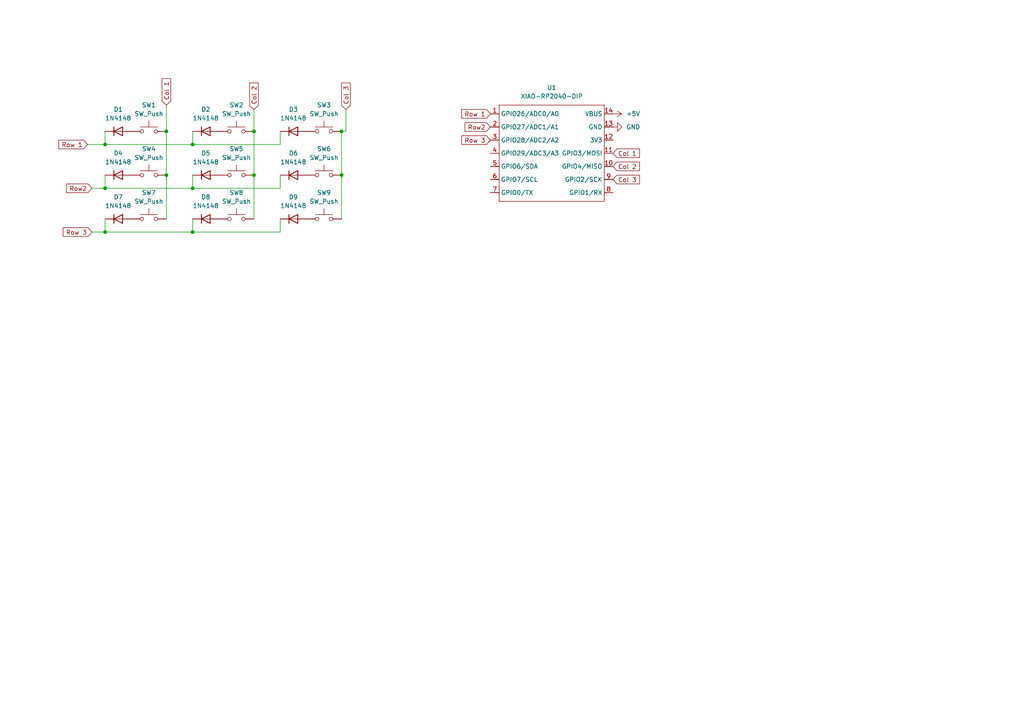
<source format=kicad_sch>
(kicad_sch (version 20250114) (generator "eeschema") (generator_version "9.0")
  (paper "A4")
  (lib_symbols
    (symbol "Diode:1N4148" (pin_numbers (hide yes)) (pin_names (hide yes))
      (property "Reference" "D" (at 0 2.54 0))
      (property "Value" "1N4148" (at 0 -2.54 0))
      (symbol "1N4148_0_1"
        (polyline (pts (xy -1.27 1.27) (xy -1.27 -1.27)) (stroke (width 0.254)))
        (polyline (pts (xy 1.27 1.27) (xy 1.27 -1.27) (xy -1.27 0) (xy 1.27 1.27)) (stroke (width 0.254)))
        (polyline (pts (xy 1.27 0) (xy -1.27 0)))
      )
      (symbol "1N4148_1_1"
        (pin passive line (at -3.81 0 0) (length 2.54) (name "K") (number "1"))
        (pin passive line (at 3.81 0 180) (length 2.54) (name "A") (number "2"))
      )
    )
    (symbol "Seeed_Studio_XIAO_Series:XIAO-RP2040-DIP"
      (property "Reference" "U" (at 0 0 0))
      (property "Value" "XIAO-RP2040-DIP" (at 5.334 -1.778 0))
      (symbol "XIAO-RP2040-DIP_1_0"
        (polyline (pts (xy -1.27 -2.54) (xy 29.21 -2.54)) (stroke (width 0.1524)))
        (polyline (pts (xy -1.27 -5.08) (xy -2.54 -5.08)) (stroke (width 0.1524)))
        (polyline (pts (xy -1.27 -5.08) (xy -1.27 -2.54)) (stroke (width 0.1524)))
        (polyline (pts (xy -1.27 -8.89) (xy -2.54 -8.89)) (stroke (width 0.1524)))
        (polyline (pts (xy -1.27 -8.89) (xy -1.27 -5.08)) (stroke (width 0.1524)))
        (polyline (pts (xy -1.27 -12.7) (xy -2.54 -12.7)) (stroke (width 0.1524)))
        (polyline (pts (xy -1.27 -12.7) (xy -1.27 -8.89)) (stroke (width 0.1524)))
        (polyline (pts (xy -1.27 -16.51) (xy -2.54 -16.51)) (stroke (width 0.1524)))
        (polyline (pts (xy -1.27 -16.51) (xy -1.27 -12.7)) (stroke (width 0.1524)))
        (polyline (pts (xy -1.27 -20.32) (xy -2.54 -20.32)) (stroke (width 0.1524)))
        (polyline (pts (xy -1.27 -24.13) (xy -2.54 -24.13)) (stroke (width 0.1524)))
        (polyline (pts (xy -1.27 -27.94) (xy -2.54 -27.94)) (stroke (width 0.1524)))
        (polyline (pts (xy -1.27 -30.48) (xy -1.27 -16.51)) (stroke (width 0.1524)))
        (polyline (pts (xy 29.21 -2.54) (xy 29.21 -5.08)) (stroke (width 0.1524)))
        (polyline (pts (xy 29.21 -5.08) (xy 29.21 -8.89)) (stroke (width 0.1524)))
        (polyline (pts (xy 29.21 -8.89) (xy 29.21 -12.7)) (stroke (width 0.1524)))
        (polyline (pts (xy 29.21 -12.7) (xy 29.21 -30.48)) (stroke (width 0.1524)))
        (polyline (pts (xy 29.21 -30.48) (xy -1.27 -30.48)) (stroke (width 0.1524)))
        (polyline (pts (xy 30.48 -5.08) (xy 29.21 -5.08)) (stroke (width 0.1524)))
        (polyline (pts (xy 30.48 -8.89) (xy 29.21 -8.89)) (stroke (width 0.1524)))
        (polyline (pts (xy 30.48 -12.7) (xy 29.21 -12.7)) (stroke (width 0.1524)))
        (polyline (pts (xy 30.48 -16.51) (xy 29.21 -16.51)) (stroke (width 0.1524)))
        (polyline (pts (xy 30.48 -20.32) (xy 29.21 -20.32)) (stroke (width 0.1524)))
        (polyline (pts (xy 30.48 -24.13) (xy 29.21 -24.13)) (stroke (width 0.1524)))
        (polyline (pts (xy 30.48 -27.94) (xy 29.21 -27.94)) (stroke (width 0.1524)))
        (pin passive line (at -3.81 -5.08 0) (length 2.54) (name "GPIO26/ADC0/A0") (number "1"))
        (pin passive line (at -3.81 -8.89 0) (length 2.54) (name "GPIO27/ADC1/A1") (number "2"))
        (pin passive line (at -3.81 -12.7 0) (length 2.54) (name "GPIO28/ADC2/A2") (number "3"))
        (pin passive line (at -3.81 -16.51 0) (length 2.54) (name "GPIO29/ADC3/A3") (number "4"))
        (pin passive line (at -3.81 -20.32 0) (length 2.54) (name "GPIO6/SDA") (number "5"))
        (pin passive line (at -3.81 -24.13 0) (length 2.54) (name "GPIO7/SCL") (number "6"))
        (pin passive line (at -3.81 -27.94 0) (length 2.54) (name "GPIO0/TX") (number "7"))
        (pin passive line (at 31.75 -5.08 180) (length 2.54) (name "VBUS") (number "14"))
        (pin passive line (at 31.75 -8.89 180) (length 2.54) (name "GND") (number "13"))
        (pin passive line (at 31.75 -12.7 180) (length 2.54) (name "3V3") (number "12"))
        (pin passive line (at 31.75 -16.51 180) (length 2.54) (name "GPIO3/MOSI") (number "11"))
        (pin passive line (at 31.75 -20.32 180) (length 2.54) (name "GPIO4/MISO") (number "10"))
        (pin passive line (at 31.75 -24.13 180) (length 2.54) (name "GPIO2/SCK") (number "9"))
        (pin passive line (at 31.75 -27.94 180) (length 2.54) (name "GPIO1/RX") (number "8"))
      )
    )
    (symbol "Switch:SW_Push" (pin_numbers (hide yes)) (pin_names (offset 1.016) (hide yes))
      (property "Reference" "SW" (at 1.27 2.54 0))
      (property "Value" "SW_Push" (at 0 -1.524 0))
      (symbol "SW_Push_0_1"
        (circle (center -2.032 0) (radius 0.508))
        (polyline (pts (xy 0 1.27) (xy 0 3.048)))
        (circle (center 2.032 0) (radius 0.508))
        (polyline (pts (xy 2.54 1.27) (xy -2.54 1.27)))
        (pin passive line (at -5.08 0 0) (length 2.54) (name "1") (number "1"))
        (pin passive line (at 5.08 0 180) (length 2.54) (name "2") (number "2"))
      )
    )
    (symbol "power:+5V" (power) (pin_numbers (hide yes)) (pin_names (offset 0) (hide yes))
      (property "Value" "+5V" (at 0 3.556 0))
      (symbol "+5V_0_1"
        (polyline (pts (xy -0.762 1.27) (xy 0 2.54)))
        (polyline (pts (xy 0 2.54) (xy 0.762 1.27)))
        (polyline (pts (xy 0 0) (xy 0 2.54)))
      )
      (symbol "+5V_1_1"
        (pin power_in line (at 0 0 90) (length 0) (name "~") (number "1"))
      )
    )
    (symbol "power:GND" (power) (pin_numbers (hide yes)) (pin_names (offset 0) (hide yes))
      (property "Value" "GND" (at 0 -3.81 0))
      (symbol "GND_0_1"
        (polyline (pts (xy 0 0) (xy 0 -1.27) (xy 1.27 -1.27) (xy 0 -2.54) (xy -1.27 -1.27) (xy 0 -1.27)))
      )
      (symbol "GND_1_1"
        (pin power_in line (at 0 0 270) (length 0) (name "~") (number "1"))
      )
    )
  )
  (junction (at 55.88 41.91))
  (junction (at 48.26 50.8))
  (junction (at 48.26 38.1))
  (junction (at 30.48 67.31))
  (junction (at 55.88 54.61))
  (junction (at 30.48 54.61))
  (junction (at 73.66 50.8))
  (junction (at 55.88 67.31))
  (junction (at 99.06 50.8))
  (junction (at 73.66 38.1))
  (junction (at 99.06 38.1))
  (junction (at 30.48 41.91))
  (wire (pts (xy 55.88 67.31) (xy 81.28 67.31)))
  (wire (pts (xy 30.48 67.31) (xy 55.88 67.31)))
  (wire (pts (xy 48.26 30.48) (xy 48.26 38.1)))
  (wire (pts (xy 99.06 50.8) (xy 99.06 63.5)))
  (wire (pts (xy 100.33 38.1) (xy 99.06 38.1)))
  (wire (pts (xy 81.28 38.1) (xy 81.28 41.91)))
  (wire (pts (xy 100.33 31.75) (xy 100.33 38.1)))
  (wire (pts (xy 73.66 31.75) (xy 73.66 38.1)))
  (wire (pts (xy 30.48 54.61) (xy 55.88 54.61)))
  (wire (pts (xy 55.88 54.61) (xy 81.28 54.61)))
  (wire (pts (xy 73.66 50.8) (xy 73.66 63.5)))
  (wire (pts (xy 81.28 54.61) (xy 81.28 50.8)))
  (wire (pts (xy 99.06 38.1) (xy 99.06 50.8)))
  (wire (pts (xy 55.88 41.91) (xy 81.28 41.91)))
  (wire (pts (xy 30.48 41.91) (xy 55.88 41.91)))
  (wire (pts (xy 81.28 67.31) (xy 81.28 63.5)))
  (wire (pts (xy 30.48 50.8) (xy 30.48 54.61)))
  (wire (pts (xy 48.26 38.1) (xy 48.26 50.8)))
  (wire (pts (xy 26.67 54.61) (xy 30.48 54.61)))
  (wire (pts (xy 48.26 50.8) (xy 48.26 63.5)))
  (wire (pts (xy 30.48 63.5) (xy 30.48 67.31)))
  (wire (pts (xy 30.48 38.1) (xy 30.48 41.91)))
  (wire (pts (xy 26.67 67.31) (xy 30.48 67.31)))
  (wire (pts (xy 73.66 38.1) (xy 73.66 50.8)))
  (wire (pts (xy 55.88 38.1) (xy 55.88 41.91)))
  (wire (pts (xy 55.88 50.8) (xy 55.88 54.61)))
  (wire (pts (xy 25.4 41.91) (xy 30.48 41.91)))
  (wire (pts (xy 55.88 63.5) (xy 55.88 67.31)))
  (global_label "Row2" (shape input) (at 26.67 54.61 180) (property "Intersheetrefs" "${INTERSHEET_REFS}" (effects (hide yes))))
  (global_label "Row 3" (shape input) (at 142.24 40.64 180) (property "Intersheetrefs" "${INTERSHEET_REFS}" (effects (hide yes))))
  (global_label "Col 1" (shape input) (at 48.26 30.48 90) (property "Intersheetrefs" "${INTERSHEET_REFS}" (effects (hide yes))))
  (global_label "Row 1" (shape input) (at 142.24 33.02 180) (property "Intersheetrefs" "${INTERSHEET_REFS}" (effects (hide yes))))
  (global_label "Col 3" (shape input) (at 100.33 31.75 90) (property "Intersheetrefs" "${INTERSHEET_REFS}" (effects (hide yes))))
  (global_label "Col 2" (shape input) (at 73.66 31.75 90) (property "Intersheetrefs" "${INTERSHEET_REFS}" (effects (hide yes))))
  (global_label "Col 1" (shape input) (at 177.8 44.45 0) (property "Intersheetrefs" "${INTERSHEET_REFS}" (effects (hide yes))))
  (global_label "Row 3" (shape input) (at 26.67 67.31 180) (property "Intersheetrefs" "${INTERSHEET_REFS}" (effects (hide yes))))
  (global_label "Row2" (shape input) (at 142.24 36.83 180) (property "Intersheetrefs" "${INTERSHEET_REFS}" (effects (hide yes))))
  (global_label "Col 3" (shape input) (at 177.8 52.07 0) (property "Intersheetrefs" "${INTERSHEET_REFS}" (effects (hide yes))))
  (global_label "Row 1" (shape input) (at 25.4 41.91 180) (property "Intersheetrefs" "${INTERSHEET_REFS}" (effects (hide yes))))
  (global_label "Col 2" (shape input) (at 177.8 48.26 0) (property "Intersheetrefs" "${INTERSHEET_REFS}" (effects (hide yes))))
  (symbol (lib_id "Diode:1N4148") (at 34.29 50.8 0) (unit 1)
    (property "Reference" "D4" (at 34.29 44.45 0))
    (property "Value" "1N4148" (at 34.29 46.99 0))
    (property "Footprint" "Diode_THT:D_DO-35_SOD27_P7.62mm_Horizontal" (effects (hide yes)))
    (property "Datasheet" "https://assets.nexperia.com/documents/data-sheet/1N4148_1N4448.pdf" (effects (hide yes)))
    (property "Description" "100V 0.15A standard switching diode, DO-35" (effects (hide yes)))
    (property "Sim.Device" "D" (effects (hide yes)))
    (property "Sim.Pins" "1=K 2=A" (effects (hide yes)))
  )
  (symbol (lib_id "Diode:1N4148") (at 85.09 38.1 0) (unit 1)
    (property "Reference" "D3" (at 85.09 31.75 0))
    (property "Value" "1N4148" (at 85.09 34.29 0))
    (property "Footprint" "Diode_THT:D_DO-35_SOD27_P7.62mm_Horizontal" (effects (hide yes)))
    (property "Datasheet" "https://assets.nexperia.com/documents/data-sheet/1N4148_1N4448.pdf" (effects (hide yes)))
    (property "Description" "100V 0.15A standard switching diode, DO-35" (effects (hide yes)))
    (property "Sim.Device" "D" (effects (hide yes)))
    (property "Sim.Pins" "1=K 2=A" (effects (hide yes)))
  )
  (symbol (lib_id "Switch:SW_Push") (at 43.18 38.1 0) (unit 1)
    (property "Reference" "SW1" (at 43.18 30.48 0))
    (property "Value" "SW_Push" (at 43.18 33.02 0))
    (property "Footprint" "Button_Switch_Keyboard:SW_Cherry_MX_1.00u_PCB" (effects (hide yes)))
    (property "Description" "Push button switch, generic, two pins" (effects (hide yes)))
  )
  (symbol (lib_id "power:GND") (at 177.8 36.83 90) (unit 1)
    (property "Reference" "#PWR01" (effects (hide yes)))
    (property "Value" "GND" (at 181.61 36.8299 90) (effects (justify right)))
    (property "Description" "Power symbol creates a global label with name \"GND\" , ground" (effects (hide yes)))
  )
  (symbol (lib_id "Diode:1N4148") (at 59.69 63.5 0) (unit 1)
    (property "Reference" "D8" (at 59.69 57.15 0))
    (property "Value" "1N4148" (at 59.69 59.69 0))
    (property "Footprint" "Diode_THT:D_DO-35_SOD27_P7.62mm_Horizontal" (effects (hide yes)))
    (property "Datasheet" "https://assets.nexperia.com/documents/data-sheet/1N4148_1N4448.pdf" (effects (hide yes)))
    (property "Description" "100V 0.15A standard switching diode, DO-35" (effects (hide yes)))
    (property "Sim.Device" "D" (effects (hide yes)))
    (property "Sim.Pins" "1=K 2=A" (effects (hide yes)))
  )
  (symbol (lib_id "Diode:1N4148") (at 85.09 63.5 0) (unit 1)
    (property "Reference" "D9" (at 85.09 57.15 0))
    (property "Value" "1N4148" (at 85.09 59.69 0))
    (property "Footprint" "Diode_THT:D_DO-35_SOD27_P7.62mm_Horizontal" (effects (hide yes)))
    (property "Datasheet" "https://assets.nexperia.com/documents/data-sheet/1N4148_1N4448.pdf" (effects (hide yes)))
    (property "Description" "100V 0.15A standard switching diode, DO-35" (effects (hide yes)))
    (property "Sim.Device" "D" (effects (hide yes)))
    (property "Sim.Pins" "1=K 2=A" (effects (hide yes)))
  )
  (symbol (lib_id "power:+5V") (at 177.8 33.02 270) (unit 1)
    (property "Reference" "#PWR02" (effects (hide yes)))
    (property "Value" "+5V" (at 181.61 33.0199 90) (effects (justify left)))
    (property "Description" "Power symbol creates a global label with name \"+5V\"" (effects (hide yes)))
  )
  (symbol (lib_id "Switch:SW_Push") (at 93.98 38.1 0) (unit 1)
    (property "Reference" "SW3" (at 93.98 30.48 0))
    (property "Value" "SW_Push" (at 93.98 33.02 0))
    (property "Footprint" "Button_Switch_Keyboard:SW_Cherry_MX_1.00u_PCB" (effects (hide yes)))
    (property "Description" "Push button switch, generic, two pins" (effects (hide yes)))
  )
  (symbol (lib_id "Diode:1N4148") (at 34.29 63.5 0) (unit 1)
    (property "Reference" "D7" (at 34.29 57.15 0))
    (property "Value" "1N4148" (at 34.29 59.69 0))
    (property "Footprint" "Diode_THT:D_DO-35_SOD27_P7.62mm_Horizontal" (effects (hide yes)))
    (property "Datasheet" "https://assets.nexperia.com/documents/data-sheet/1N4148_1N4448.pdf" (effects (hide yes)))
    (property "Description" "100V 0.15A standard switching diode, DO-35" (effects (hide yes)))
    (property "Sim.Device" "D" (effects (hide yes)))
    (property "Sim.Pins" "1=K 2=A" (effects (hide yes)))
  )
  (symbol (lib_id "Switch:SW_Push") (at 93.98 63.5 0) (unit 1)
    (property "Reference" "SW9" (at 93.98 55.88 0))
    (property "Value" "SW_Push" (at 93.98 58.42 0))
    (property "Footprint" "Button_Switch_Keyboard:SW_Cherry_MX_1.00u_PCB" (effects (hide yes)))
    (property "Description" "Push button switch, generic, two pins" (effects (hide yes)))
  )
  (symbol (lib_id "Diode:1N4148") (at 85.09 50.8 0) (unit 1)
    (property "Reference" "D6" (at 85.09 44.45 0))
    (property "Value" "1N4148" (at 85.09 46.99 0))
    (property "Footprint" "Diode_THT:D_DO-35_SOD27_P7.62mm_Horizontal" (effects (hide yes)))
    (property "Datasheet" "https://assets.nexperia.com/documents/data-sheet/1N4148_1N4448.pdf" (effects (hide yes)))
    (property "Description" "100V 0.15A standard switching diode, DO-35" (effects (hide yes)))
    (property "Sim.Device" "D" (effects (hide yes)))
    (property "Sim.Pins" "1=K 2=A" (effects (hide yes)))
  )
  (symbol (lib_id "Switch:SW_Push") (at 68.58 63.5 0) (unit 1)
    (property "Reference" "SW8" (at 68.58 55.88 0))
    (property "Value" "SW_Push" (at 68.58 58.42 0))
    (property "Footprint" "Button_Switch_Keyboard:SW_Cherry_MX_1.00u_PCB" (effects (hide yes)))
    (property "Description" "Push button switch, generic, two pins" (effects (hide yes)))
  )
  (symbol (lib_id "Switch:SW_Push") (at 68.58 38.1 0) (unit 1)
    (property "Reference" "SW2" (at 68.58 30.48 0))
    (property "Value" "SW_Push" (at 68.58 33.02 0))
    (property "Footprint" "Button_Switch_Keyboard:SW_Cherry_MX_1.00u_PCB" (effects (hide yes)))
    (property "Description" "Push button switch, generic, two pins" (effects (hide yes)))
  )
  (symbol (lib_id "Diode:1N4148") (at 59.69 38.1 0) (unit 1)
    (property "Reference" "D2" (at 59.69 31.75 0))
    (property "Value" "1N4148" (at 59.69 34.29 0))
    (property "Footprint" "Diode_THT:D_DO-35_SOD27_P7.62mm_Horizontal" (effects (hide yes)))
    (property "Datasheet" "https://assets.nexperia.com/documents/data-sheet/1N4148_1N4448.pdf" (effects (hide yes)))
    (property "Description" "100V 0.15A standard switching diode, DO-35" (effects (hide yes)))
    (property "Sim.Device" "D" (effects (hide yes)))
    (property "Sim.Pins" "1=K 2=A" (effects (hide yes)))
  )
  (symbol (lib_id "Diode:1N4148") (at 34.29 38.1 0) (unit 1)
    (property "Reference" "D1" (at 34.29 31.75 0))
    (property "Value" "1N4148" (at 34.29 34.29 0))
    (property "Footprint" "Diode_THT:D_DO-35_SOD27_P7.62mm_Horizontal" (effects (hide yes)))
    (property "Datasheet" "https://assets.nexperia.com/documents/data-sheet/1N4148_1N4448.pdf" (effects (hide yes)))
    (property "Description" "100V 0.15A standard switching diode, DO-35" (effects (hide yes)))
    (property "Sim.Device" "D" (effects (hide yes)))
    (property "Sim.Pins" "1=K 2=A" (effects (hide yes)))
  )
  (symbol (lib_id "Seeed_Studio_XIAO_Series:XIAO-RP2040-DIP") (at 146.05 27.94 0) (unit 1)
    (property "Reference" "U1" (at 160.02 25.4 0))
    (property "Value" "XIAO-RP2040-DIP" (at 160.02 27.94 0))
    (property "Footprint" "OPL:XIAO-RP2040-DIP" (effects (hide yes)))
  )
  (symbol (lib_id "Switch:SW_Push") (at 68.58 50.8 0) (unit 1)
    (property "Reference" "SW5" (at 68.58 43.18 0))
    (property "Value" "SW_Push" (at 68.58 45.72 0))
    (property "Footprint" "Button_Switch_Keyboard:SW_Cherry_MX_1.00u_PCB" (effects (hide yes)))
    (property "Description" "Push button switch, generic, two pins" (effects (hide yes)))
  )
  (symbol (lib_id "Switch:SW_Push") (at 43.18 63.5 0) (unit 1)
    (property "Reference" "SW7" (at 43.18 55.88 0))
    (property "Value" "SW_Push" (at 43.18 58.42 0))
    (property "Footprint" "Button_Switch_Keyboard:SW_Cherry_MX_1.00u_PCB" (effects (hide yes)))
    (property "Description" "Push button switch, generic, two pins" (effects (hide yes)))
  )
  (symbol (lib_id "Diode:1N4148") (at 59.69 50.8 0) (unit 1)
    (property "Reference" "D5" (at 59.69 44.45 0))
    (property "Value" "1N4148" (at 59.69 46.99 0))
    (property "Footprint" "Diode_THT:D_DO-35_SOD27_P7.62mm_Horizontal" (effects (hide yes)))
    (property "Datasheet" "https://assets.nexperia.com/documents/data-sheet/1N4148_1N4448.pdf" (effects (hide yes)))
    (property "Description" "100V 0.15A standard switching diode, DO-35" (effects (hide yes)))
    (property "Sim.Device" "D" (effects (hide yes)))
    (property "Sim.Pins" "1=K 2=A" (effects (hide yes)))
  )
  (symbol (lib_id "Switch:SW_Push") (at 93.98 50.8 0) (unit 1)
    (property "Reference" "SW6" (at 93.98 43.18 0))
    (property "Value" "SW_Push" (at 93.98 45.72 0))
    (property "Footprint" "Button_Switch_Keyboard:SW_Cherry_MX_1.00u_PCB" (effects (hide yes)))
    (property "Description" "Push button switch, generic, two pins" (effects (hide yes)))
  )
  (symbol (lib_id "Switch:SW_Push") (at 43.18 50.8 0) (unit 1)
    (property "Reference" "SW4" (at 43.18 43.18 0))
    (property "Value" "SW_Push" (at 43.18 45.72 0))
    (property "Footprint" "Button_Switch_Keyboard:SW_Cherry_MX_1.00u_PCB" (effects (hide yes)))
    (property "Description" "Push button switch, generic, two pins" (effects (hide yes)))
  )
)
</source>
